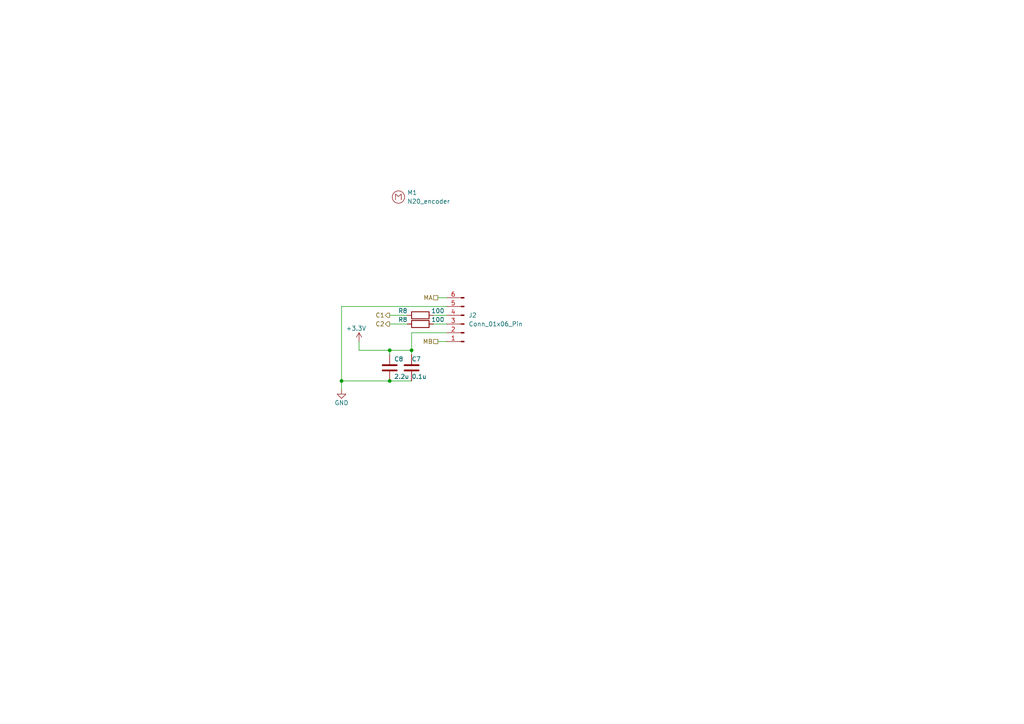
<source format=kicad_sch>
(kicad_sch (version 20230121) (generator eeschema)
  (paper "A4")
  (lib_symbols
    (symbol "Connector:Conn_01x06_Pin" (pin_names (offset 1.016) hide)
      (property "Reference" "J" (at 0 7.62 0))
      (property "Value" "Conn_01x06_Pin" (at 0 -10.16 0))
      (symbol "Conn_01x06_Pin_1_1"
        (polyline (pts (xy 1.27 -7.62) (xy 0.8636 -7.62)) (stroke (width 0.1524)))
        (polyline (pts (xy 1.27 -5.08) (xy 0.8636 -5.08)) (stroke (width 0.1524)))
        (polyline (pts (xy 1.27 -2.54) (xy 0.8636 -2.54)) (stroke (width 0.1524)))
        (polyline (pts (xy 1.27 0) (xy 0.8636 0)) (stroke (width 0.1524)))
        (polyline (pts (xy 1.27 2.54) (xy 0.8636 2.54)) (stroke (width 0.1524)))
        (polyline (pts (xy 1.27 5.08) (xy 0.8636 5.08)) (stroke (width 0.1524)))
        (rectangle (start 0.8636 -7.493) (end 0 -7.747) (stroke (width 0.1524)) (fill (type outline)))
        (rectangle (start 0.8636 -4.953) (end 0 -5.207) (stroke (width 0.1524)) (fill (type outline)))
        (rectangle (start 0.8636 -2.413) (end 0 -2.667) (stroke (width 0.1524)) (fill (type outline)))
        (rectangle (start 0.8636 0.127) (end 0 -0.127) (stroke (width 0.1524)) (fill (type outline)))
        (rectangle (start 0.8636 2.667) (end 0 2.413) (stroke (width 0.1524)) (fill (type outline)))
        (rectangle (start 0.8636 5.207) (end 0 4.953) (stroke (width 0.1524)) (fill (type outline)))
        (pin passive line (at 5.08 5.08 180) (length 3.81) (name "Pin_1") (number "1"))
        (pin passive line (at 5.08 2.54 180) (length 3.81) (name "Pin_2") (number "2"))
        (pin passive line (at 5.08 0 180) (length 3.81) (name "Pin_3") (number "3"))
        (pin passive line (at 5.08 -2.54 180) (length 3.81) (name "Pin_4") (number "4"))
        (pin passive line (at 5.08 -5.08 180) (length 3.81) (name "Pin_5") (number "5"))
        (pin passive line (at 5.08 -7.62 180) (length 3.81) (name "Pin_6") (number "6"))
      )
    )
    (symbol "Device:C" (pin_numbers hide) (pin_names (offset 0.254))
      (property "Reference" "C" (at 0.635 2.54 0))
      (property "Value" "C" (at 0.635 -2.54 0))
      (symbol "C_0_1"
        (polyline (pts (xy -2.032 -0.762) (xy 2.032 -0.762)) (stroke (width 0.508)))
        (polyline (pts (xy -2.032 0.762) (xy 2.032 0.762)) (stroke (width 0.508)))
      )
      (symbol "C_1_1"
        (pin passive line (at 0 3.81 270) (length 2.794) (name "~") (number "1"))
        (pin passive line (at 0 -3.81 90) (length 2.794) (name "~") (number "2"))
      )
    )
    (symbol "Device:R" (pin_numbers hide) (pin_names (offset 0))
      (property "Reference" "R" (at 2.032 0 90))
      (property "Value" "R" (at 0 0 90))
      (symbol "R_0_1"
        (rectangle (start -1.016 -2.54) (end 1.016 2.54) (stroke (width 0.254)))
      )
      (symbol "R_1_1"
        (pin passive line (at 0 3.81 270) (length 1.27) (name "~") (number "1"))
        (pin passive line (at 0 -3.81 90) (length 1.27) (name "~") (number "2"))
      )
    )
    (symbol "minimouse:N20_w_encoder"
      (property "Reference" "M" (at -8.89 1.27 0))
      (property "Value" "N20_encoder" (at 0 -2.54 0))
      (symbol "N20_w_encoder_0_1"
        (polyline (pts (xy -0.8636 -0.8128) (xy -0.8636 0.8636) (xy 0 0.1524) (xy 0.8128 0.8636) (xy 0.8128 -0.8128)))
        (circle (center 0 0) (radius 1.7961))
      )
    )
    (symbol "power:+3.3V" (power) (pin_names (offset 0))
      (property "Value" "+3.3V" (at 0 3.556 0))
      (symbol "+3.3V_0_1"
        (polyline (pts (xy -0.762 1.27) (xy 0 2.54)))
        (polyline (pts (xy 0 0) (xy 0 2.54)))
        (polyline (pts (xy 0 2.54) (xy 0.762 1.27)))
      )
      (symbol "+3.3V_1_1"
        (pin power_in line (at 0 0 90) (length 0) hide (name "+3.3V") (number "1"))
      )
    )
    (symbol "power:GND" (power) (pin_names (offset 0))
      (property "Value" "GND" (at 0 -3.81 0))
      (symbol "GND_0_1"
        (polyline (pts (xy 0 0) (xy 0 -1.27) (xy 1.27 -1.27) (xy 0 -2.54) (xy -1.27 -1.27) (xy 0 -1.27)))
      )
      (symbol "GND_1_1"
        (pin power_in line (at 0 0 270) (length 0) hide (name "GND") (number "1"))
      )
    )
  )
  (junction (at 113.03 101.6))
  (junction (at 113.03 110.49))
  (junction (at 119.38 101.6))
  (junction (at 99.06 110.49))
  (wire (pts (xy 104.14 99.06) (xy 104.14 101.6)))
  (wire (pts (xy 113.03 93.98) (xy 118.11 93.98)))
  (wire (pts (xy 99.06 110.49) (xy 113.03 110.49)))
  (wire (pts (xy 99.06 88.9) (xy 129.54 88.9)))
  (wire (pts (xy 119.38 101.6) (xy 119.38 102.87)))
  (wire (pts (xy 119.38 101.6) (xy 119.38 96.52)))
  (wire (pts (xy 113.03 91.44) (xy 118.11 91.44)))
  (wire (pts (xy 125.73 91.44) (xy 129.54 91.44)))
  (wire (pts (xy 113.03 101.6) (xy 113.03 102.87)))
  (wire (pts (xy 125.73 93.98) (xy 129.54 93.98)))
  (wire (pts (xy 127 99.06) (xy 129.54 99.06)))
  (wire (pts (xy 104.14 101.6) (xy 113.03 101.6)))
  (wire (pts (xy 119.38 96.52) (xy 129.54 96.52)))
  (wire (pts (xy 119.38 101.6) (xy 113.03 101.6)))
  (wire (pts (xy 99.06 88.9) (xy 99.06 110.49)))
  (wire (pts (xy 99.06 110.49) (xy 99.06 113.03)))
  (wire (pts (xy 127 86.36) (xy 129.54 86.36)))
  (wire (pts (xy 113.03 110.49) (xy 119.38 110.49)))
  (hierarchical_label "C1" (shape output) (at 113.03 91.44 180))
  (hierarchical_label "C2" (shape output) (at 113.03 93.98 180))
  (hierarchical_label "MB" (shape passive) (at 127 99.06 180))
  (hierarchical_label "MA" (shape passive) (at 127 86.36 180))
  (symbol (lib_id "Connector:Conn_01x06_Pin") (at 134.62 93.98 180) (unit 1)
    (property "Reference" "J2" (at 135.89 91.44 0) (effects (justify right)))
    (property "Value" "Conn_01x06_Pin" (at 135.89 93.98 0) (effects (justify right)))
    (property "Footprint" "Connector_PinHeader_2.54mm:PinHeader_1x06_P2.54mm_Vertical" (effects hide))
    (instances (project "minimouse" (path "" (reference "J2") (unit 1)) (path "" (reference "J3") (unit 1))))
  )
  (symbol (lib_id "Device:R") (at 121.92 93.98 90) (unit 1)
    (property "Reference" "R8" (at 116.84 92.71 90))
    (property "Value" "100" (at 127 92.71 90))
    (property "Footprint" "Resistor_SMD:R_0603_1608Metric" (effects hide))
    (instances (project "minimouse" (path "" (reference "R8") (unit 1)) (path "" (reference "R24") (unit 1)) (path "" (reference "R25") (unit 1))))
  )
  (symbol (lib_id "minimouse:N20_w_encoder") (at 115.57 57.15 0) (unit 1)
    (property "Reference" "M1" (at 118.11 55.88 0) (effects (justify left)))
    (property "Value" "N20_encoder" (at 118.11 58.42 0) (effects (justify left)))
    (property "Footprint" "minimouse:N20_with_encoder" (effects hide))
    (instances (project "minimouse" (path "" (reference "M1") (unit 1)) (path "" (reference "M2") (unit 1))))
  )
  (symbol (lib_id "Device:R") (at 121.92 91.44 90) (unit 1)
    (property "Reference" "R8" (at 116.84 90.17 90))
    (property "Value" "100" (at 127 90.17 90))
    (property "Footprint" "Resistor_SMD:R_0603_1608Metric" (effects hide))
    (instances (project "minimouse" (path "" (reference "R8") (unit 1)) (path "" (reference "R22") (unit 1)) (path "" (reference "R23") (unit 1))))
  )
  (symbol (lib_id "power:GND") (at 99.06 113.03 0) (unit 1)
    (property "Reference" "#PWR024" (effects hide))
    (property "Value" "GND" (at 99.06 116.84 0))
    (instances (project "minimouse" (path "" (reference "#PWR024") (unit 1)) (path "" (reference "#PWR025") (unit 1))))
  )
  (symbol (lib_id "Device:C") (at 113.03 106.68 0) (unit 1)
    (property "Reference" "C8" (at 114.3 104.14 0) (effects (justify left)))
    (property "Value" "2.2u" (at 114.3 109.22 0) (effects (justify left)))
    (property "Footprint" "Capacitor_SMD:C_0603_1608Metric" (effects hide))
    (instances (project "minimouse" (path "" (reference "C8") (unit 1)) (path "" (reference "C17") (unit 1)) (path "" (reference "C18") (unit 1))))
  )
  (symbol (lib_id "power:+3.3V") (at 104.14 99.06 0) (unit 1)
    (property "Reference" "#PWR022" (effects hide))
    (property "Value" "+3.3V" (at 100.33 95.25 0) (effects (justify left)))
    (instances (project "minimouse" (path "" (reference "#PWR022") (unit 1)) (path "" (reference "#PWR023") (unit 1))))
  )
  (symbol (lib_id "Device:C") (at 119.38 106.68 0) (unit 1)
    (property "Reference" "C7" (at 119.38 104.14 0) (effects (justify left)))
    (property "Value" "0.1u" (at 119.38 109.22 0) (effects (justify left)))
    (property "Footprint" "Capacitor_SMD:C_0603_1608Metric" (effects hide))
    (instances (project "minimouse" (path "" (reference "C7") (unit 1)) (path "" (reference "C13") (unit 1)) (path "" (reference "C14") (unit 1))))
  )
)
</source>
